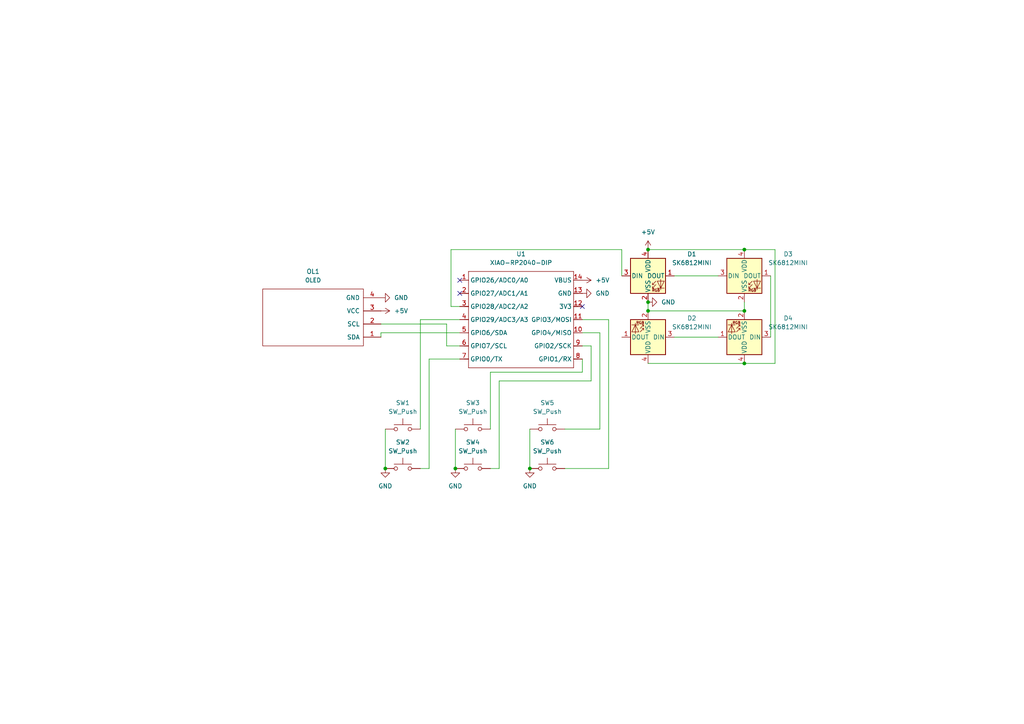
<source format=kicad_sch>
(kicad_sch (version 20231120) (generator "eeschema") (generator_version "8.0")
  (paper "A4")
  (lib_symbols
    (symbol "LED:SK6812MINI" (pin_names (offset 0.254))
      (property "Reference" "D" (at 5.08 5.715 0))
      (property "Value" "SK6812MINI" (at 1.27 -5.715 0))
      (symbol "SK6812MINI_0_0"
        (text "RGB" (at 2.286 -4.191 0) (effects (font (size 0.762 0.762))))
      )
      (symbol "SK6812MINI_0_1"
        (polyline (pts (xy 1.27 -3.556) (xy 1.778 -3.556)))
        (polyline (pts (xy 1.27 -2.54) (xy 1.778 -2.54)))
        (polyline (pts (xy 4.699 -3.556) (xy 2.667 -3.556)))
        (polyline (pts (xy 2.286 -2.54) (xy 1.27 -3.556) (xy 1.27 -3.048)))
        (polyline (pts (xy 2.286 -1.524) (xy 1.27 -2.54) (xy 1.27 -2.032)))
        (polyline (pts (xy 3.683 -1.016) (xy 3.683 -3.556) (xy 3.683 -4.064)))
        (polyline (pts (xy 4.699 -1.524) (xy 2.667 -1.524) (xy 3.683 -3.556) (xy 4.699 -1.524)))
        (rectangle (start 5.08 5.08) (end -5.08 -5.08) (stroke (width 0.254)) (fill (type background)))
      )
      (symbol "SK6812MINI_1_1"
        (pin output line (at 7.62 0 180) (length 2.54) (name "DOUT") (number "1"))
        (pin power_in line (at 0 -7.62 90) (length 2.54) (name "VSS") (number "2"))
        (pin input line (at -7.62 0 0) (length 2.54) (name "DIN") (number "3"))
        (pin power_in line (at 0 7.62 270) (length 2.54) (name "VDD") (number "4"))
      )
    )
    (symbol "OLED:OLED" (pin_names (offset 1.016))
      (property "Reference" "OL" (at 0 2.54 0))
      (property "Value" "OLED" (at 0 -1.27 0))
      (symbol "OLED_0_1"
        (rectangle (start -13.97 8.89) (end 15.24 -7.62))
      )
      (symbol "OLED_1_1"
        (pin bidirectional line (at -19.05 6.35 0) (length 5.08) (name "SDA") (number "1"))
        (pin bidirectional line (at -19.05 2.54 0) (length 5.08) (name "SCL") (number "2"))
        (pin power_in line (at -19.05 -1.27 0) (length 5.08) (name "VCC") (number "3"))
        (pin power_in line (at -19.05 -5.08 0) (length 5.08) (name "GND") (number "4"))
      )
    )
    (symbol "OPL:XIAO-RP2040-DIP"
      (property "Reference" "U" (at 0 0 0))
      (property "Value" "XIAO-RP2040-DIP" (at 5.334 -1.778 0))
      (symbol "XIAO-RP2040-DIP_1_0"
        (polyline (pts (xy -1.27 -30.48) (xy -1.27 -16.51)) (stroke (width 0.1524)))
        (polyline (pts (xy -1.27 -27.94) (xy -2.54 -27.94)) (stroke (width 0.1524)))
        (polyline (pts (xy -1.27 -24.13) (xy -2.54 -24.13)) (stroke (width 0.1524)))
        (polyline (pts (xy -1.27 -20.32) (xy -2.54 -20.32)) (stroke (width 0.1524)))
        (polyline (pts (xy -1.27 -16.51) (xy -2.54 -16.51)) (stroke (width 0.1524)))
        (polyline (pts (xy -1.27 -16.51) (xy -1.27 -12.7)) (stroke (width 0.1524)))
        (polyline (pts (xy -1.27 -12.7) (xy -2.54 -12.7)) (stroke (width 0.1524)))
        (polyline (pts (xy -1.27 -12.7) (xy -1.27 -8.89)) (stroke (width 0.1524)))
        (polyline (pts (xy -1.27 -8.89) (xy -2.54 -8.89)) (stroke (width 0.1524)))
        (polyline (pts (xy -1.27 -8.89) (xy -1.27 -5.08)) (stroke (width 0.1524)))
        (polyline (pts (xy -1.27 -5.08) (xy -2.54 -5.08)) (stroke (width 0.1524)))
        (polyline (pts (xy -1.27 -5.08) (xy -1.27 -2.54)) (stroke (width 0.1524)))
        (polyline (pts (xy -1.27 -2.54) (xy 29.21 -2.54)) (stroke (width 0.1524)))
        (polyline (pts (xy 29.21 -30.48) (xy -1.27 -30.48)) (stroke (width 0.1524)))
        (polyline (pts (xy 29.21 -12.7) (xy 29.21 -30.48)) (stroke (width 0.1524)))
        (polyline (pts (xy 29.21 -8.89) (xy 29.21 -12.7)) (stroke (width 0.1524)))
        (polyline (pts (xy 29.21 -5.08) (xy 29.21 -8.89)) (stroke (width 0.1524)))
        (polyline (pts (xy 29.21 -2.54) (xy 29.21 -5.08)) (stroke (width 0.1524)))
        (polyline (pts (xy 30.48 -27.94) (xy 29.21 -27.94)) (stroke (width 0.1524)))
        (polyline (pts (xy 30.48 -24.13) (xy 29.21 -24.13)) (stroke (width 0.1524)))
        (polyline (pts (xy 30.48 -20.32) (xy 29.21 -20.32)) (stroke (width 0.1524)))
        (polyline (pts (xy 30.48 -16.51) (xy 29.21 -16.51)) (stroke (width 0.1524)))
        (polyline (pts (xy 30.48 -12.7) (xy 29.21 -12.7)) (stroke (width 0.1524)))
        (polyline (pts (xy 30.48 -8.89) (xy 29.21 -8.89)) (stroke (width 0.1524)))
        (polyline (pts (xy 30.48 -5.08) (xy 29.21 -5.08)) (stroke (width 0.1524)))
        (pin passive line (at -3.81 -5.08 0) (length 2.54) (name "GPIO26/ADC0/A0") (number "1"))
        (pin passive line (at 31.75 -20.32 180) (length 2.54) (name "GPIO4/MISO") (number "10"))
        (pin passive line (at 31.75 -16.51 180) (length 2.54) (name "GPIO3/MOSI") (number "11"))
        (pin passive line (at 31.75 -12.7 180) (length 2.54) (name "3V3") (number "12"))
        (pin passive line (at 31.75 -8.89 180) (length 2.54) (name "GND") (number "13"))
        (pin passive line (at 31.75 -5.08 180) (length 2.54) (name "VBUS") (number "14"))
        (pin passive line (at -3.81 -8.89 0) (length 2.54) (name "GPIO27/ADC1/A1") (number "2"))
        (pin passive line (at -3.81 -12.7 0) (length 2.54) (name "GPIO28/ADC2/A2") (number "3"))
        (pin passive line (at -3.81 -16.51 0) (length 2.54) (name "GPIO29/ADC3/A3") (number "4"))
        (pin passive line (at -3.81 -20.32 0) (length 2.54) (name "GPIO6/SDA") (number "5"))
        (pin passive line (at -3.81 -24.13 0) (length 2.54) (name "GPIO7/SCL") (number "6"))
        (pin passive line (at -3.81 -27.94 0) (length 2.54) (name "GPIO0/TX") (number "7"))
        (pin passive line (at 31.75 -27.94 180) (length 2.54) (name "GPIO1/RX") (number "8"))
        (pin passive line (at 31.75 -24.13 180) (length 2.54) (name "GPIO2/SCK") (number "9"))
      )
    )
    (symbol "Switch:SW_Push" (pin_numbers hide) (pin_names (offset 1.016) hide)
      (property "Reference" "SW" (at 1.27 2.54 0))
      (property "Value" "SW_Push" (at 0 -1.524 0))
      (symbol "SW_Push_0_1"
        (circle (center -2.032 0) (radius 0.508))
        (polyline (pts (xy 0 1.27) (xy 0 3.048)))
        (polyline (pts (xy 2.54 1.27) (xy -2.54 1.27)))
        (circle (center 2.032 0) (radius 0.508))
        (pin passive line (at -5.08 0 0) (length 2.54) (name "1") (number "1"))
        (pin passive line (at 5.08 0 180) (length 2.54) (name "2") (number "2"))
      )
    )
    (symbol "power:+5V" (power) (pin_numbers hide) (pin_names (offset 0) hide)
      (property "Value" "+5V" (at 0 3.556 0))
      (symbol "+5V_0_1"
        (polyline (pts (xy -0.762 1.27) (xy 0 2.54)))
        (polyline (pts (xy 0 0) (xy 0 2.54)))
        (polyline (pts (xy 0 2.54) (xy 0.762 1.27)))
      )
      (symbol "+5V_1_1"
        (pin power_in line (at 0 0 90) (length 0) (name "~") (number "1"))
      )
    )
    (symbol "power:GND" (power) (pin_numbers hide) (pin_names (offset 0) hide)
      (property "Value" "GND" (at 0 -3.81 0))
      (symbol "GND_0_1"
        (polyline (pts (xy 0 0) (xy 0 -1.27) (xy 1.27 -1.27) (xy 0 -2.54) (xy -1.27 -1.27) (xy 0 -1.27)))
      )
      (symbol "GND_1_1"
        (pin power_in line (at 0 0 270) (length 0) (name "~") (number "1"))
      )
    )
  )
  (junction (at 132.08 135.89))
  (junction (at 215.9 72.39))
  (junction (at 187.96 87.63))
  (junction (at 187.96 72.39))
  (junction (at 215.9 90.17))
  (junction (at 215.9 105.41))
  (junction (at 111.76 135.89))
  (junction (at 187.96 90.17))
  (junction (at 153.67 135.89))
  (no_connect (at 133.35 85.09))
  (no_connect (at 168.91 88.9))
  (no_connect (at 133.35 81.28))
  (wire (pts (xy 180.34 72.39) (xy 130.81 72.39)))
  (wire (pts (xy 168.91 92.71) (xy 176.53 92.71)))
  (wire (pts (xy 195.58 97.79) (xy 208.28 97.79)))
  (wire (pts (xy 110.49 96.52) (xy 110.49 97.79)))
  (wire (pts (xy 142.24 124.46) (xy 142.24 107.95)))
  (wire (pts (xy 176.53 92.71) (xy 176.53 135.89)))
  (wire (pts (xy 171.45 100.33) (xy 168.91 100.33)))
  (wire (pts (xy 144.78 110.49) (xy 171.45 110.49)))
  (wire (pts (xy 121.92 135.89) (xy 124.46 135.89)))
  (wire (pts (xy 168.91 107.95) (xy 168.91 104.14)))
  (wire (pts (xy 132.08 124.46) (xy 132.08 135.89)))
  (wire (pts (xy 124.46 104.14) (xy 133.35 104.14)))
  (wire (pts (xy 121.92 124.46) (xy 121.92 92.71)))
  (wire (pts (xy 144.78 135.89) (xy 144.78 110.49)))
  (wire (pts (xy 176.53 135.89) (xy 163.83 135.89)))
  (wire (pts (xy 195.58 80.01) (xy 208.28 80.01)))
  (wire (pts (xy 187.96 87.63) (xy 187.96 90.17)))
  (wire (pts (xy 173.99 124.46) (xy 173.99 96.52)))
  (wire (pts (xy 142.24 107.95) (xy 168.91 107.95)))
  (wire (pts (xy 215.9 72.39) (xy 187.96 72.39)))
  (wire (pts (xy 171.45 110.49) (xy 171.45 100.33)))
  (wire (pts (xy 130.81 88.9) (xy 133.35 88.9)))
  (wire (pts (xy 153.67 124.46) (xy 153.67 135.89)))
  (wire (pts (xy 110.49 93.98) (xy 129.54 93.98)))
  (wire (pts (xy 187.96 105.41) (xy 215.9 105.41)))
  (wire (pts (xy 180.34 80.01) (xy 180.34 72.39)))
  (wire (pts (xy 130.81 72.39) (xy 130.81 88.9)))
  (wire (pts (xy 187.96 90.17) (xy 215.9 90.17)))
  (wire (pts (xy 121.92 92.71) (xy 133.35 92.71)))
  (wire (pts (xy 129.54 93.98) (xy 129.54 100.33)))
  (wire (pts (xy 129.54 100.33) (xy 133.35 100.33)))
  (wire (pts (xy 215.9 105.41) (xy 224.79 105.41)))
  (wire (pts (xy 173.99 96.52) (xy 168.91 96.52)))
  (wire (pts (xy 224.79 105.41) (xy 224.79 72.39)))
  (wire (pts (xy 224.79 72.39) (xy 215.9 72.39)))
  (wire (pts (xy 223.52 80.01) (xy 223.52 97.79)))
  (wire (pts (xy 111.76 124.46) (xy 111.76 135.89)))
  (wire (pts (xy 124.46 135.89) (xy 124.46 104.14)))
  (wire (pts (xy 163.83 124.46) (xy 173.99 124.46)))
  (wire (pts (xy 215.9 87.63) (xy 215.9 90.17)))
  (wire (pts (xy 133.35 96.52) (xy 110.49 96.52)))
  (wire (pts (xy 142.24 135.89) (xy 144.78 135.89)))
  (symbol (lib_id "power:GND") (at 168.91 85.09 90) (unit 1)
    (property "Reference" "#PWR07" (effects (hide yes)))
    (property "Value" "GND" (at 172.72 85.0899 90) (effects (justify right)))
    (property "Description" "Power symbol creates a global label with name \"GND\" , ground" (effects (hide yes)))
  )
  (symbol (lib_id "OLED:OLED") (at 91.44 91.44 180) (unit 1)
    (property "Reference" "OL1" (at 90.805 78.74 0) (effects (font (size 1.2954 1.2954))))
    (property "Value" "OLED" (at 90.805 81.28 0) (effects (font (size 1.1938 1.1938))))
    (property "Footprint" "OLED:SSD1306-0.91-OLED-4pin-128x32 (1)" (effects (hide yes)))
  )
  (symbol (lib_id "LED:SK6812MINI") (at 215.9 80.01 0) (unit 1)
    (property "Reference" "D3" (at 228.6 73.6914 0))
    (property "Value" "SK6812MINI" (at 228.6 76.2314 0))
    (property "Footprint" "LED_SMD:LED_SK6812MINI_PLCC4_3.5x3.5mm_P1.75mm" (effects (hide yes)))
    (property "Datasheet" "https://cdn-shop.adafruit.com/product-files/2686/SK6812MINI_REV.01-1-2.pdf" (effects (hide yes)))
    (property "Description" "RGB LED with integrated controller" (effects (hide yes)))
  )
  (symbol (lib_id "Switch:SW_Push") (at 116.84 124.46 0) (unit 1)
    (property "Reference" "SW1" (at 116.84 116.84 0))
    (property "Value" "SW_Push" (at 116.84 119.38 0))
    (property "Footprint" "Button_Switch_Keyboard:SW_Cherry_MX_1.00u_PCB" (effects (hide yes)))
    (property "Description" "Push button switch, generic, two pins" (effects (hide yes)))
  )
  (symbol (lib_id "power:GND") (at 110.49 86.36 90) (unit 1)
    (property "Reference" "#PWR01" (effects (hide yes)))
    (property "Value" "GND" (at 114.3 86.3599 90) (effects (justify right)))
    (property "Description" "Power symbol creates a global label with name \"GND\" , ground" (effects (hide yes)))
  )
  (symbol (lib_id "Switch:SW_Push") (at 137.16 135.89 0) (unit 1)
    (property "Reference" "SW4" (at 137.16 128.27 0))
    (property "Value" "SW_Push" (at 137.16 130.81 0))
    (property "Footprint" "Button_Switch_Keyboard:SW_Cherry_MX_1.00u_PCB" (effects (hide yes)))
    (property "Description" "Push button switch, generic, two pins" (effects (hide yes)))
  )
  (symbol (lib_id "power:GND") (at 132.08 135.89 0) (unit 1)
    (property "Reference" "#PWR04" (effects (hide yes)))
    (property "Value" "GND" (at 132.08 140.97 0))
    (property "Description" "Power symbol creates a global label with name \"GND\" , ground" (effects (hide yes)))
  )
  (symbol (lib_id "LED:SK6812MINI") (at 187.96 80.01 0) (unit 1)
    (property "Reference" "D1" (at 200.66 73.6914 0))
    (property "Value" "SK6812MINI" (at 200.66 76.2314 0))
    (property "Footprint" "LED_SMD:LED_SK6812MINI_PLCC4_3.5x3.5mm_P1.75mm" (effects (hide yes)))
    (property "Datasheet" "https://cdn-shop.adafruit.com/product-files/2686/SK6812MINI_REV.01-1-2.pdf" (effects (hide yes)))
    (property "Description" "RGB LED with integrated controller" (effects (hide yes)))
  )
  (symbol (lib_id "Switch:SW_Push") (at 158.75 135.89 0) (unit 1)
    (property "Reference" "SW6" (at 158.75 128.27 0))
    (property "Value" "SW_Push" (at 158.75 130.81 0))
    (property "Footprint" "Button_Switch_Keyboard:SW_Cherry_MX_1.00u_PCB" (effects (hide yes)))
    (property "Description" "Push button switch, generic, two pins" (effects (hide yes)))
  )
  (symbol (lib_id "OPL:XIAO-RP2040-DIP") (at 137.16 76.2 0) (unit 1)
    (property "Reference" "U1" (at 151.13 73.66 0))
    (property "Value" "XIAO-RP2040-DIP" (at 151.13 76.2 0))
    (property "Footprint" "OPL:XIAO-RP2040-DIP" (effects (hide yes)))
  )
  (symbol (lib_id "power:+5V") (at 187.96 72.39 0) (unit 1)
    (property "Reference" "#PWR08" (effects (hide yes)))
    (property "Value" "+5V" (at 187.96 67.31 0))
    (property "Description" "Power symbol creates a global label with name \"+5V\"" (effects (hide yes)))
  )
  (symbol (lib_id "Switch:SW_Push") (at 158.75 124.46 0) (unit 1)
    (property "Reference" "SW5" (at 158.75 116.84 0))
    (property "Value" "SW_Push" (at 158.75 119.38 0))
    (property "Footprint" "Button_Switch_Keyboard:SW_Cherry_MX_1.00u_PCB" (effects (hide yes)))
    (property "Description" "Push button switch, generic, two pins" (effects (hide yes)))
  )
  (symbol (lib_id "power:GND") (at 111.76 135.89 0) (unit 1)
    (property "Reference" "#PWR03" (effects (hide yes)))
    (property "Value" "GND" (at 111.76 140.97 0))
    (property "Description" "Power symbol creates a global label with name \"GND\" , ground" (effects (hide yes)))
  )
  (symbol (lib_id "power:GND") (at 187.96 87.63 90) (unit 1)
    (property "Reference" "#PWR09" (effects (hide yes)))
    (property "Value" "GND" (at 191.77 87.6299 90) (effects (justify right)))
    (property "Description" "Power symbol creates a global label with name \"GND\" , ground" (effects (hide yes)))
  )
  (symbol (lib_id "LED:SK6812MINI") (at 215.9 97.79 180) (unit 1)
    (property "Reference" "D4" (at 228.6 92.2938 0))
    (property "Value" "SK6812MINI" (at 228.6 94.8338 0))
    (property "Footprint" "LED_SMD:LED_SK6812MINI_PLCC4_3.5x3.5mm_P1.75mm" (effects (hide yes)))
    (property "Datasheet" "https://cdn-shop.adafruit.com/product-files/2686/SK6812MINI_REV.01-1-2.pdf" (effects (hide yes)))
    (property "Description" "RGB LED with integrated controller" (effects (hide yes)))
  )
  (symbol (lib_id "LED:SK6812MINI") (at 187.96 97.79 180) (unit 1)
    (property "Reference" "D2" (at 200.66 92.2938 0))
    (property "Value" "SK6812MINI" (at 200.66 94.8338 0))
    (property "Footprint" "LED_SMD:LED_SK6812MINI_PLCC4_3.5x3.5mm_P1.75mm" (effects (hide yes)))
    (property "Datasheet" "https://cdn-shop.adafruit.com/product-files/2686/SK6812MINI_REV.01-1-2.pdf" (effects (hide yes)))
    (property "Description" "RGB LED with integrated controller" (effects (hide yes)))
  )
  (symbol (lib_id "Switch:SW_Push") (at 116.84 135.89 0) (unit 1)
    (property "Reference" "SW2" (at 116.84 128.27 0))
    (property "Value" "SW_Push" (at 116.84 130.81 0))
    (property "Footprint" "Button_Switch_Keyboard:SW_Cherry_MX_1.00u_PCB" (effects (hide yes)))
    (property "Description" "Push button switch, generic, two pins" (effects (hide yes)))
  )
  (symbol (lib_id "power:+5V") (at 168.91 81.28 270) (unit 1)
    (property "Reference" "#PWR06" (effects (hide yes)))
    (property "Value" "+5V" (at 172.72 81.2799 90) (effects (justify left)))
    (property "Description" "Power symbol creates a global label with name \"+5V\"" (effects (hide yes)))
  )
  (symbol (lib_id "power:+5V") (at 110.49 90.17 270) (unit 1)
    (property "Reference" "#PWR02" (effects (hide yes)))
    (property "Value" "+5V" (at 114.3 90.1699 90) (effects (justify left)))
    (property "Description" "Power symbol creates a global label with name \"+5V\"" (effects (hide yes)))
  )
  (symbol (lib_id "Switch:SW_Push") (at 137.16 124.46 0) (unit 1)
    (property "Reference" "SW3" (at 137.16 116.84 0))
    (property "Value" "SW_Push" (at 137.16 119.38 0))
    (property "Footprint" "Button_Switch_Keyboard:SW_Cherry_MX_1.00u_PCB" (effects (hide yes)))
    (property "Description" "Push button switch, generic, two pins" (effects (hide yes)))
  )
  (symbol (lib_id "power:GND") (at 153.67 135.89 0) (unit 1)
    (property "Reference" "#PWR05" (effects (hide yes)))
    (property "Value" "GND" (at 153.67 140.97 0))
    (property "Description" "Power symbol creates a global label with name \"GND\" , ground" (effects (hide yes)))
  )
)
</source>
